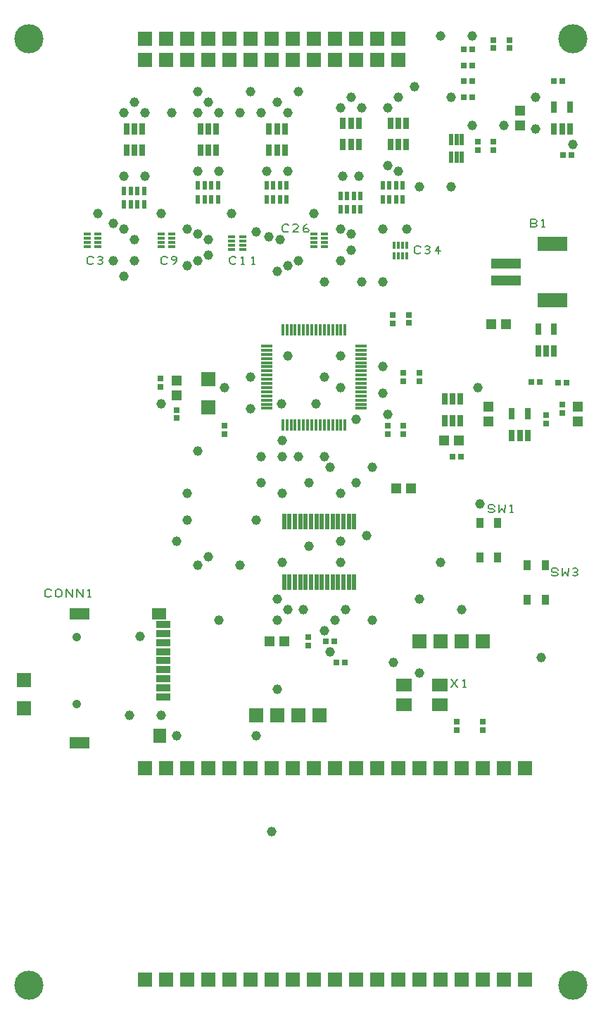
<source format=gbr>
G04 DesignSpark PCB Gerber Version 9.0 Build 5138 *
%FSLAX35Y35*%
%MOIN*%
%ADD96R,0.01600X0.03356*%
%ADD82R,0.01781X0.05324*%
%ADD94R,0.02200X0.04100*%
%ADD102R,0.02300X0.07800*%
%ADD97R,0.02400X0.05200*%
%ADD89R,0.02765X0.05324*%
%ADD109R,0.02883X0.05364*%
%ADD85R,0.02962X0.05324*%
%ADD84R,0.03000X0.03000*%
%ADD92R,0.03200X0.04800*%
%ADD91R,0.04537X0.04891*%
%ADD90R,0.04540X0.04930*%
%ADD107R,0.06100X0.06900*%
%ADD100R,0.06600X0.06600*%
%ADD88R,0.06900X0.06900*%
%ADD93C,0.00500*%
%ADD95R,0.03356X0.01600*%
%ADD83R,0.05324X0.01781*%
%ADD86R,0.03000X0.03000*%
%ADD104R,0.06900X0.03300*%
%ADD99R,0.14400X0.04500*%
%ADD101R,0.04891X0.04537*%
%ADD87R,0.04930X0.04540*%
%ADD108R,0.06900X0.05300*%
%ADD106R,0.09300X0.05300*%
%ADD105C,0.04200*%
%ADD80C,0.04600*%
%ADD81C,0.13800*%
%ADD103R,0.07700X0.06100*%
%ADD98R,0.14000X0.06500*%
X0Y0D02*
D02*
D80*
X48100Y380600D03*
X55600Y358234D03*
Y375734D03*
X60600Y350734D03*
Y373234D03*
Y398100D03*
Y428100D03*
X63100Y143100D03*
X65600Y358234D03*
Y368234D03*
Y433100D03*
X68100Y180600D03*
X70600Y398100D03*
Y428100D03*
X78100Y143100D03*
Y290600D03*
Y380600D03*
X83100Y428100D03*
X85600Y133600D03*
Y225600D03*
X90600Y235600D03*
Y248100D03*
Y355734D03*
Y373234D03*
X95600Y214085D03*
Y268100D03*
Y358234D03*
Y370734D03*
Y400600D03*
Y428100D03*
Y438100D03*
X100600Y218100D03*
Y360734D03*
Y368234D03*
Y433100D03*
X105600Y188100D03*
Y400600D03*
Y428100D03*
X108100Y298100D03*
X111700Y380600D03*
X115600Y214085D03*
Y428100D03*
X120600Y288100D03*
Y303100D03*
Y438100D03*
X123100Y133600D03*
Y235600D03*
Y371834D03*
X125600Y253100D03*
Y265600D03*
Y428100D03*
X128100Y400600D03*
X129200Y369334D03*
X130600Y88100D03*
X133100Y155600D03*
Y188100D03*
Y198100D03*
Y353234D03*
Y433100D03*
X134500Y368100D03*
X135334Y290570D03*
X135600Y215600D03*
Y248100D03*
Y265600D03*
Y273100D03*
X138100Y193100D03*
Y313100D03*
Y355734D03*
Y400600D03*
Y428100D03*
X143100Y265600D03*
Y358234D03*
Y438100D03*
X145600Y193100D03*
X148100Y223100D03*
Y253100D03*
X150466Y380600D03*
X151584Y290600D03*
X155600Y183100D03*
Y265600D03*
Y303100D03*
Y348234D03*
X158100Y173100D03*
Y260600D03*
X160600Y188100D03*
X163100Y215600D03*
Y225600D03*
Y248100D03*
Y298100D03*
Y313100D03*
Y358234D03*
Y373234D03*
Y430600D03*
X164360Y398100D03*
X165600Y193100D03*
X168100Y363234D03*
Y370734D03*
Y435600D03*
X170600Y253100D03*
Y283100D03*
X171840Y398100D03*
X173100Y348234D03*
Y430600D03*
X175600Y228100D03*
X178100Y188100D03*
Y260600D03*
X183100Y295600D03*
Y308100D03*
Y348100D03*
Y373100D03*
X185500Y285600D03*
X185600Y403100D03*
Y430600D03*
X188100Y168000D03*
X190600Y400600D03*
Y435600D03*
X194537Y373100D03*
X198100Y440600D03*
X200600Y163100D03*
Y198100D03*
Y393100D03*
X210600Y215600D03*
Y464500D03*
X215600Y393100D03*
Y435600D03*
X220600Y193100D03*
X225600Y422100D03*
Y464500D03*
X228100Y298100D03*
X229100Y243100D03*
X240600Y422100D03*
X255600Y420458D03*
Y435600D03*
X258100Y170600D03*
X273100Y413100D03*
D02*
D81*
X15600Y15600D03*
Y463100D03*
X273100Y15600D03*
Y463100D03*
D02*
D82*
X135836Y280659D03*
Y325541D03*
X137805Y280659D03*
Y325541D03*
X139773Y280659D03*
Y325541D03*
X141742Y280659D03*
Y325541D03*
X143710Y280659D03*
Y325541D03*
X145679Y280659D03*
Y325541D03*
X147647Y280659D03*
Y325541D03*
X149616Y280659D03*
Y325541D03*
X151584Y280659D03*
Y325541D03*
X153553Y280659D03*
Y325541D03*
X155521Y280659D03*
Y325541D03*
X157490Y280659D03*
Y325541D03*
X159458Y280659D03*
Y325541D03*
X161427Y280659D03*
Y325541D03*
X163395Y280659D03*
Y325541D03*
X165364Y280659D03*
Y325541D03*
D02*
D83*
X128159Y288336D03*
Y290305D03*
Y292273D03*
Y294242D03*
Y296210D03*
Y298179D03*
Y300147D03*
Y302116D03*
Y304084D03*
Y306053D03*
Y308021D03*
Y309990D03*
Y311958D03*
Y313927D03*
Y315895D03*
Y317864D03*
X173041Y288336D03*
Y290305D03*
Y292273D03*
Y294242D03*
Y296210D03*
Y298179D03*
Y300147D03*
Y302116D03*
Y304084D03*
Y306053D03*
Y308021D03*
Y309990D03*
Y311958D03*
Y313927D03*
Y315895D03*
Y317864D03*
D02*
D84*
X78000Y298600D03*
Y302500D03*
X85700Y283700D03*
Y287600D03*
X108200Y276200D03*
Y280100D03*
X148000Y176100D03*
Y180000D03*
X185500Y276100D03*
Y280000D03*
X188000Y328600D03*
Y332500D03*
X193000Y276100D03*
Y280000D03*
Y301100D03*
Y305000D03*
X195700Y328700D03*
Y332600D03*
X200500Y301100D03*
Y305000D03*
X218200Y136200D03*
Y140100D03*
X228100Y410600D03*
Y414500D03*
X230700Y136200D03*
Y140100D03*
X235600Y458700D03*
Y462600D03*
X235700Y410600D03*
Y414500D03*
X243100Y458700D03*
Y462600D03*
X260500Y281100D03*
Y285000D03*
X268200Y286200D03*
Y290100D03*
D02*
D85*
X244360Y275458D03*
Y285742D03*
X248100Y275458D03*
X251840D03*
Y285742D03*
X256860Y315458D03*
Y325742D03*
X260600Y315458D03*
X264340D03*
Y325742D03*
X264360Y420458D03*
Y430742D03*
X268100Y420458D03*
X271840D03*
Y430742D03*
D02*
D86*
X156200Y178000D03*
X160100D03*
X161200Y168000D03*
X165100D03*
X216200Y265500D03*
X220100D03*
X221700Y450600D03*
X221700Y435600D03*
Y443100D03*
Y458100D03*
X225600Y450600D03*
X225600Y435600D03*
Y443100D03*
Y458100D03*
X253600Y300700D03*
X257500D03*
X264340Y443200D03*
X266200Y300500D03*
X268240Y443200D03*
X268700Y408000D03*
X270100Y300500D03*
X272600Y408000D03*
D02*
D87*
X85600Y294600D03*
Y301600D03*
X233100Y282100D03*
Y289100D03*
X275600Y282100D03*
Y289100D03*
D02*
D88*
X13100Y146400D03*
Y159800D03*
X100600Y288900D03*
Y302300D03*
D02*
D89*
X212600Y282600D03*
Y292836D03*
X216340Y282600D03*
Y292836D03*
X220080Y282600D03*
Y292836D03*
D02*
D90*
X189600Y250600D03*
X196600D03*
X212100Y273100D03*
X219100D03*
D02*
D91*
X248100Y422100D03*
Y429100D03*
D02*
D92*
X229100Y217900D03*
Y234300D03*
X237600Y217900D03*
Y234300D03*
X251600Y197900D03*
Y214300D03*
X260100Y197900D03*
Y214300D03*
D02*
D93*
X26225Y199663D02*
X25913Y199350D01*
X25287Y199037*
X24350*
X23725Y199350*
X23413Y199663*
X23100Y200287*
Y201537*
X23413Y202163*
X23725Y202475*
X24350Y202787*
X25287*
X25913Y202475*
X26225Y202163*
X28100Y200287D02*
Y201537D01*
X28413Y202163*
X28725Y202475*
X29350Y202787*
X29975*
X30600Y202475*
X30913Y202163*
X31225Y201537*
Y200287*
X30913Y199663*
X30600Y199350*
X29975Y199037*
X29350*
X28725Y199350*
X28413Y199663*
X28100Y200287*
X33100Y199037D02*
Y202787D01*
X36225Y199037*
Y202787*
X38100Y199037D02*
Y202787D01*
X41225Y199037*
Y202787*
X43725Y199037D02*
X44975D01*
X44350D02*
Y202787D01*
X43725Y202163*
X46225Y357163D02*
X45913Y356850D01*
X45287Y356537*
X44350*
X43725Y356850*
X43413Y357163*
X43100Y357787*
Y359037*
X43413Y359663*
X43725Y359975*
X44350Y360287*
X45287*
X45913Y359975*
X46225Y359663*
X48413Y356850D02*
X49037Y356537D01*
X49663*
X50287Y356850*
X50600Y357475*
X50287Y358100*
X49663Y358413*
X49037*
X49663D02*
X50287Y358725D01*
X50600Y359350*
X50287Y359975*
X49663Y360287*
X49037*
X48413Y359975*
X81225Y357163D02*
X80913Y356850D01*
X80287Y356537*
X79350*
X78725Y356850*
X78413Y357163*
X78100Y357787*
Y359037*
X78413Y359663*
X78725Y359975*
X79350Y360287*
X80287*
X80913Y359975*
X81225Y359663*
X84037Y356537D02*
X84663Y356850D01*
X85287Y357475*
X85600Y358413*
Y359350*
X85287Y359975*
X84663Y360287*
X84037*
X83413Y359975*
X83100Y359350*
X83413Y358725*
X84037Y358413*
X84663*
X85287Y358725*
X85600Y359350*
X113725Y357163D02*
X113413Y356850D01*
X112787Y356537*
X111850*
X111225Y356850*
X110913Y357163*
X110600Y357787*
Y359037*
X110913Y359663*
X111225Y359975*
X111850Y360287*
X112787*
X113413Y359975*
X113725Y359663*
X116225Y356537D02*
X117475D01*
X116850D02*
Y360287D01*
X116225Y359663*
X121225Y356537D02*
X122475D01*
X121850D02*
Y360287D01*
X121225Y359663*
X138725Y372297D02*
X138413Y371984D01*
X137787Y371672*
X136850*
X136225Y371984*
X135913Y372297*
X135600Y372922*
Y374172*
X135913Y374797*
X136225Y375109*
X136850Y375422*
X137787*
X138413Y375109*
X138725Y374797*
X143100Y371672D02*
X140600D01*
X142787Y373859*
X143100Y374484*
X142787Y375109*
X142163Y375422*
X141225*
X140600Y375109*
X145600Y372609D02*
X145913Y373234D01*
X146537Y373547*
X147163*
X147787Y373234*
X148100Y372609*
X147787Y371984*
X147163Y371672*
X146537*
X145913Y371984*
X145600Y372609*
Y373547*
X145913Y374484*
X146537Y375109*
X147163Y375422*
X201225Y362163D02*
X200913Y361850D01*
X200287Y361537*
X199350*
X198725Y361850*
X198413Y362163*
X198100Y362787*
Y364037*
X198413Y364663*
X198725Y364975*
X199350Y365287*
X200287*
X200913Y364975*
X201225Y364663*
X203413Y361850D02*
X204037Y361537D01*
X204663*
X205287Y361850*
X205600Y362475*
X205287Y363100*
X204663Y363413*
X204037*
X204663D02*
X205287Y363725D01*
X205600Y364350*
X205287Y364975*
X204663Y365287*
X204037*
X203413Y364975*
X209663Y361537D02*
Y365287D01*
X208100Y362787*
X210600*
X215600Y156537D02*
X218725Y160287D01*
X215600D02*
X218725Y156537D01*
X221225D02*
X222475D01*
X221850D02*
Y160287D01*
X221225Y159663*
X233100Y239975D02*
X233413Y239350D01*
X234037Y239037*
X235287*
X235913Y239350*
X236225Y239975*
X235913Y240600*
X235287Y240913*
X234037*
X233413Y241225*
X233100Y241850*
X233413Y242475*
X234037Y242787*
X235287*
X235913Y242475*
X236225Y241850*
X238100Y242787D02*
X238413Y239037D01*
X239663Y240913*
X240913Y239037*
X241225Y242787*
X243725Y239037D02*
X244975D01*
X244350D02*
Y242787D01*
X243725Y242163*
X255287Y375913D02*
X255913Y375600D01*
X256225Y374975*
X255913Y374350*
X255287Y374037*
X253100*
Y377787*
X255287*
X255913Y377475*
X256225Y376850*
X255913Y376225*
X255287Y375913*
X253100*
X258725Y374037D02*
X259975D01*
X259350D02*
Y377787D01*
X258725Y377163*
X263100Y209975D02*
X263413Y209350D01*
X264037Y209037*
X265287*
X265913Y209350*
X266225Y209975*
X265913Y210600*
X265287Y210913*
X264037*
X263413Y211225*
X263100Y211850*
X263413Y212475*
X264037Y212787*
X265287*
X265913Y212475*
X266225Y211850*
X268100Y212787D02*
X268413Y209037D01*
X269663Y210913*
X270913Y209037*
X271225Y212787*
X273413Y209350D02*
X274037Y209037D01*
X274663*
X275287Y209350*
X275600Y209975*
X275287Y210600*
X274663Y210913*
X274037*
X274663D02*
X275287Y211225D01*
X275600Y211850*
X275287Y212475*
X274663Y212787*
X274037*
X273413Y212475*
D02*
D94*
X60600Y384750D03*
Y391250D03*
X63800Y384750D03*
Y391250D03*
X67000Y384750D03*
Y391250D03*
X70200Y384750D03*
Y391250D03*
X95600Y387250D03*
Y393750D03*
X98800Y387250D03*
Y393750D03*
X102000Y387250D03*
Y393750D03*
X105200Y387250D03*
Y393750D03*
X128100Y387250D03*
Y393750D03*
X131300Y387250D03*
Y393750D03*
X134500Y387250D03*
Y393750D03*
X137700Y387250D03*
Y393750D03*
X163100Y382384D03*
Y388884D03*
X166300Y382384D03*
Y388884D03*
X169500Y382384D03*
Y388884D03*
X172700Y382384D03*
Y388884D03*
X183100Y387250D03*
Y393750D03*
X186300Y387250D03*
Y393750D03*
X189500Y387250D03*
Y393750D03*
X192700Y387250D03*
Y393750D03*
D02*
D95*
X43100Y364829D03*
Y366797D03*
Y368766D03*
Y370734D03*
X48218Y364829D03*
Y366797D03*
Y368766D03*
Y370734D03*
X78100Y364829D03*
Y366797D03*
Y368766D03*
Y370734D03*
X83218Y364829D03*
Y366797D03*
Y368766D03*
Y370734D03*
X111700Y363429D03*
Y365397D03*
Y367366D03*
Y369334D03*
X116818Y363429D03*
Y365397D03*
Y367366D03*
Y369334D03*
X150600Y364829D03*
Y366797D03*
Y368766D03*
Y370734D03*
X155718Y364829D03*
Y366797D03*
Y368766D03*
Y370734D03*
D02*
D96*
X188631Y360482D03*
Y365600D03*
X190600Y360482D03*
Y365600D03*
X192569Y360482D03*
Y365600D03*
X194537Y360482D03*
Y365600D03*
D02*
D97*
X215600Y407000D03*
Y415600D03*
X218100Y407000D03*
X218159Y415600D03*
X220600Y407000D03*
X220718Y415600D03*
D02*
D98*
X263600Y339500D03*
Y366000D03*
D02*
D99*
X241600Y348800D03*
Y356700D03*
D02*
D100*
X70600Y18100D03*
Y118100D03*
Y453100D03*
Y463100D03*
X80600Y18100D03*
Y118100D03*
Y453100D03*
Y463100D03*
X90600Y18100D03*
Y118100D03*
Y453100D03*
Y463100D03*
X100600Y18100D03*
Y118100D03*
Y453100D03*
Y463100D03*
X110600Y18100D03*
Y118100D03*
Y453100D03*
Y463100D03*
X120600Y18100D03*
Y118100D03*
Y453100D03*
Y463100D03*
X123100Y143100D03*
X130600Y18100D03*
Y118100D03*
Y453100D03*
Y463100D03*
X133100Y143100D03*
X140600Y18100D03*
Y118100D03*
Y453100D03*
Y463100D03*
X143100Y143100D03*
X150600Y18100D03*
Y118100D03*
Y453100D03*
Y463100D03*
X153100Y143100D03*
X160600Y18100D03*
Y118100D03*
Y453100D03*
Y463100D03*
X170600Y18100D03*
Y118100D03*
Y453100D03*
Y463100D03*
X180600Y18100D03*
Y118100D03*
Y453100D03*
Y463100D03*
X190600Y18100D03*
Y118100D03*
Y453100D03*
Y463100D03*
X200600Y18100D03*
Y118100D03*
Y178100D03*
X210600Y18100D03*
Y118100D03*
Y178100D03*
X220600Y18100D03*
Y118100D03*
Y178100D03*
X230600Y18100D03*
Y118100D03*
Y178100D03*
X240600Y18100D03*
Y118100D03*
X250600Y18100D03*
Y118100D03*
D02*
D101*
X129600Y178100D03*
X136600D03*
X234600Y328100D03*
X241600D03*
D02*
D102*
X136466Y206206D03*
Y234994D03*
X139025Y206206D03*
Y234994D03*
X141585Y206206D03*
Y234994D03*
X144143Y206206D03*
Y234994D03*
X146702Y206206D03*
Y234994D03*
X149261Y206206D03*
Y234994D03*
X151820Y206206D03*
Y234994D03*
X154380Y206206D03*
Y234994D03*
X156939Y206206D03*
Y234994D03*
X159498Y206206D03*
Y234994D03*
X162057Y206206D03*
Y234994D03*
X164615Y206206D03*
Y234994D03*
X167175Y206206D03*
Y234994D03*
X169734Y206206D03*
Y234994D03*
D02*
D103*
X193100Y148100D03*
Y157500D03*
X210400Y148100D03*
Y157500D03*
D02*
D104*
X79400Y151800D03*
Y156100D03*
Y160400D03*
Y164700D03*
Y169000D03*
Y173300D03*
Y177600D03*
Y181900D03*
Y186200D03*
D02*
D105*
X38100Y148600D03*
Y180100D03*
D02*
D106*
X39700Y130100D03*
Y191100D03*
D02*
D107*
X77500Y133600D03*
D02*
D108*
X77100Y191100D03*
D02*
D109*
X61860Y410659D03*
Y420541D03*
X65600Y410659D03*
Y420541D03*
X69340Y410659D03*
Y420541D03*
X96860Y410659D03*
Y420541D03*
X100600Y410659D03*
Y420541D03*
X104340Y410659D03*
Y420541D03*
X129360Y410659D03*
Y420541D03*
X133100Y410659D03*
Y420541D03*
X136840Y410659D03*
Y420541D03*
X164360Y413159D03*
Y423041D03*
X168100Y413159D03*
Y423041D03*
X171840Y413159D03*
Y423041D03*
X186860Y413159D03*
Y423041D03*
X190600Y413159D03*
Y423041D03*
X194340Y413159D03*
Y423041D03*
X0Y0D02*
M02*

</source>
